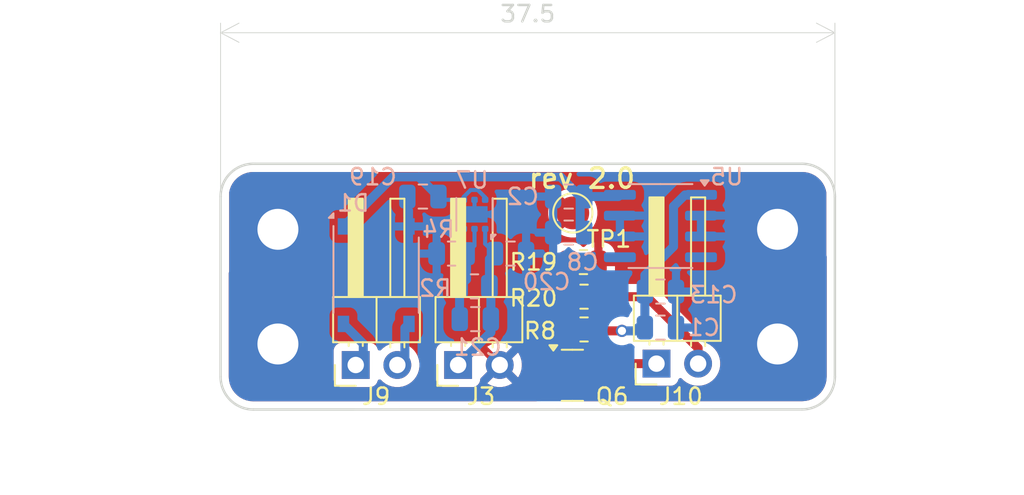
<source format=kicad_pcb>
(kicad_pcb (version 20241229) (generator "pcbnew") (generator_version "9.0")
  (layers (0 "F.Cu" signal) (2 "B.Cu" signal) (13 "F.Paste" user) (15 "B.Paste" user) (5 "F.SilkS" user "F.Silkscreen") (7 "B.SilkS" user "B.Silkscreen") (1 "F.Mask" user) (3 "B.Mask" user) (25 "Edge.Cuts" user))
  (net 0 "")
  (net 1 "GND")
  (net 2 "+3V3")
  (net 3 "Net-(J3-Pin_1)")
  (net 4 "Net-(D1-+)")
  (net 5 "Net-(U7-FB)")
  (net 6 "Net-(J9-Pin_1)")
  (net 7 "Net-(J9-Pin_2)")
  (net 8 "Net-(J10-Pin_1)")
  (net 9 "Net-(J10-Pin_2)")
  (net 10 "Net-(Q6-B)")
  (footprint "MountingHole:MountingHole_2.5mm_Pad" (layer "F.Cu") (at 114 104)
    (property "Reference" "H4" (hide yes))
    (property "Value" "MountingHole_Pad")
    (pad "1" thru_hole circle (at 0 0) (size 5 5) (drill 2.5) (layers "*.Cu" "*.Mask") (net 1 "GND"))
  )
  (footprint "Resistor_SMD:R_0805_2012Metric" (layer "F.Cu") (at 132.6875 103.1125)
    (property "Reference" "R8" (at -2.6875 0.0875 0) (layer "F.SilkS"))
    (property "Value" "10k")
    (fp_line (start -0.227064 -0.735) (end 0.227064 -0.735) (stroke (width 0.12)) (layer "F.SilkS"))
    (fp_line (start -0.227064 0.735) (end 0.227064 0.735) (stroke (width 0.12)) (layer "F.SilkS"))
    (pad "1" smd roundrect (at -0.9125 0) (size 1.025 1.4) (layers "F.Cu" "F.Mask" "F.Paste") (roundrect_rratio 0.243902) (net 8 "Net-(J10-Pin_1)"))
    (pad "2" smd roundrect (at 0.9125 0) (size 1.025 1.4) (layers "F.Cu" "F.Mask" "F.Paste") (roundrect_rratio 0.243902) (net 2 "+3V3"))
  )
  (footprint "Resistor_SMD:R_0805_2012Metric" (layer "F.Cu") (at 132.65 99 180)
    (property "Reference" "R19" (at 3.05 0 0) (layer "F.SilkS"))
    (property "Value" "TBD")
    (fp_line (start -0.227064 0.735) (end 0.227064 0.735) (stroke (width 0.12)) (layer "F.SilkS"))
    (fp_line (start -0.227064 -0.735) (end 0.227064 -0.735) (stroke (width 0.12)) (layer "F.SilkS"))
    (pad "1" smd roundrect (at -0.9125 0 180) (size 1.025 1.4) (layers "F.Cu" "F.Mask" "F.Paste") (roundrect_rratio 0.243902) (net 1 "GND"))
    (pad "2" smd roundrect (at 0.9125 0 180) (size 1.025 1.4) (layers "F.Cu" "F.Mask" "F.Paste") (roundrect_rratio 0.243902) (net 10 "Net-(Q6-B)"))
  )
  (footprint "MountingHole:MountingHole_2.5mm_Pad" (layer "F.Cu") (at 144.5 104)
    (property "Reference" "H3" (hide yes))
    (property "Value" "MountingHole_Pad")
    (pad "1" thru_hole circle (at 0 0) (size 5 5) (drill 2.5) (layers "*.Cu" "*.Mask") (net 1 "GND"))
  )
  (footprint "Connector_PinHeader_2.54mm:PinHeader_1x02_P2.54mm_Horizontal" (layer "F.Cu") (at 125 105.2825 90)
    (property "Reference" "J3" (at -1.9175 1.4 0) (layer "F.SilkS"))
    (property "Value" "Conn_01x02_Pin")
    (fp_line (start 4.15 -1.38) (end 1.39 -1.38) (stroke (width 0.12)) (layer "F.SilkS"))
    (fp_line (start 1.39 -1.38) (end 1.39 3.92) (stroke (width 0.12)) (layer "F.SilkS"))
    (fp_line (start -1.27 -1.27) (end 0 -1.27) (stroke (width 0.12)) (layer "F.SilkS"))
    (fp_line (start 1.16 -0.43) (end 1.39 -0.43) (stroke (width 0.12)) (layer "F.SilkS"))
    (fp_line (start -1.27 0) (end -1.27 -1.27) (stroke (width 0.12)) (layer "F.SilkS"))
    (fp_line (start 1.16 0.43) (end 1.39 0.43) (stroke (width 0.12)) (layer "F.SilkS"))
    (fp_line (start 1.39 1.27) (end 4.15 1.27) (stroke (width 0.12)) (layer "F.SilkS"))
    (fp_line (start 10.15 2.11) (end 10.15 2.97) (stroke (width 0.12)) (layer "F.SilkS"))
    (fp_line (start 4.15 2.11) (end 10.15 2.11) (stroke (width 0.12)) (layer "F.SilkS"))
    (fp_line (start 1.077358 2.11) (end 1.39 2.11) (stroke (width 0.12)) (layer "F.SilkS"))
    (fp_line (start 10.15 2.97) (end 4.15 2.97) (stroke (width 0.12)) (layer "F.SilkS"))
    (fp_line (start 1.077358 2.97) (end 1.39 2.97) (stroke (width 0.12)) (layer "F.SilkS"))
    (fp_line (start 4.15 3.92) (end 4.15 -1.38) (stroke (width 0.12)) (layer "F.SilkS"))
    (fp_line (start 1.39 3.92) (end 4.15 3.92) (stroke (width 0.12)) (layer "F.SilkS"))
    (fp_rect (start 4.15 -0.43) (end 10.15 0.43) (stroke (width 0.12)) (fill yes) (layer "F.SilkS"))
    (pad "1" thru_hole rect (at 0 0 90) (size 1.7 1.7) (drill 1) (layers "*.Cu" "*.Mask") (net 3 "Net-(J3-Pin_1)"))
    (pad "2" thru_hole circle (at 0 2.54 90) (size 1.7 1.7) (drill 1) (layers "*.Cu" "*.Mask") (net 1 "GND"))
  )
  (footprint "TestPoint:TestPoint_Pad_D2.0mm" (layer "F.Cu") (at 132 96)
    (property "Reference" "TP1" (at 2.2 1.6 0) (layer "F.SilkS"))
    (property "Value" "TestPoint")
    (fp_circle (center 0 0) (end 0 1.2) (stroke (width 0.12)) (fill no) (layer "F.SilkS"))
    (pad "1" smd circle (at 0 0) (size 2 2) (layers "F.Cu" "F.Mask") (net 1 "GND"))
  )
  (footprint "Connector_PinHeader_2.54mm:PinHeader_1x02_P2.54mm_Horizontal" (layer "F.Cu") (at 137.11 105.2 90)
    (property "Reference" "J10" (at -2 1.49 0) (layer "F.SilkS"))
    (property "Value" "Conn_01x02_Pin")
    (fp_line (start 4.15 -1.38) (end 1.39 -1.38) (stroke (width 0.12)) (layer "F.SilkS"))
    (fp_line (start 1.39 -1.38) (end 1.39 3.92) (stroke (width 0.12)) (layer "F.SilkS"))
    (fp_line (start -1.27 -1.27) (end 0 -1.27) (stroke (width 0.12)) (layer "F.SilkS"))
    (fp_line (start 1.16 -0.43) (end 1.39 -0.43) (stroke (width 0.12)) (layer "F.SilkS"))
    (fp_line (start -1.27 0) (end -1.27 -1.27) (stroke (width 0.12)) (layer "F.SilkS"))
    (fp_line (start 1.16 0.43) (end 1.39 0.43) (stroke (width 0.12)) (layer "F.SilkS"))
    (fp_line (start 1.39 1.27) (end 4.15 1.27) (stroke (width 0.12)) (layer "F.SilkS"))
    (fp_line (start 10.15 2.11) (end 10.15 2.97) (stroke (width 0.12)) (layer "F.SilkS"))
    (fp_line (start 4.15 2.11) (end 10.15 2.11) (stroke (width 0.12)) (layer "F.SilkS"))
    (fp_line (start 1.077358 2.11) (end 1.39 2.11) (stroke (width 0.12)) (layer "F.SilkS"))
    (fp_line (start 10.15 2.97) (end 4.15 2.97) (stroke (width 0.12)) (layer "F.SilkS"))
    (fp_line (start 1.077358 2.97) (end 1.39 2.97) (stroke (width 0.12)) (layer "F.SilkS"))
    (fp_line (start 4.15 3.92) (end 4.15 -1.38) (stroke (width 0.12)) (layer "F.SilkS"))
    (fp_line (start 1.39 3.92) (end 4.15 3.92) (stroke (width 0.12)) (layer "F.SilkS"))
    (fp_rect (start 4.15 -0.43) (end 10.15 0.43) (stroke (width 0.12)) (fill yes) (layer "F.SilkS"))
    (pad "1" thru_hole rect (at 0 0 90) (size 1.7 1.7) (drill 1) (layers "*.Cu" "*.Mask") (net 8 "Net-(J10-Pin_1)"))
    (pad "2" thru_hole circle (at 0 2.54 90) (size 1.7 1.7) (drill 1) (layers "*.Cu" "*.Mask") (net 9 "Net-(J10-Pin_2)"))
  )
  (footprint "Connector_PinHeader_2.54mm:PinHeader_1x02_P2.54mm_Horizontal" (layer "F.Cu") (at 118.75 105.2825 90)
    (property "Reference" "J9" (at -1.9175 1.25 0) (layer "F.SilkS"))
    (property "Value" "Conn_01x02_Pin")
    (fp_line (start 4.15 -1.38) (end 1.39 -1.38) (stroke (width 0.12)) (layer "F.SilkS"))
    (fp_line (start 1.39 -1.38) (end 1.39 3.92) (stroke (width 0.12)) (layer "F.SilkS"))
    (fp_line (start -1.27 -1.27) (end 0 -1.27) (stroke (width 0.12)) (layer "F.SilkS"))
    (fp_line (start 1.16 -0.43) (end 1.39 -0.43) (stroke (width 0.12)) (layer "F.SilkS"))
    (fp_line (start -1.27 0) (end -1.27 -1.27) (stroke (width 0.12)) (layer "F.SilkS"))
    (fp_line (start 1.16 0.43) (end 1.39 0.43) (stroke (width 0.12)) (layer "F.SilkS"))
    (fp_line (start 1.39 1.27) (end 4.15 1.27) (stroke (width 0.12)) (layer "F.SilkS"))
    (fp_line (start 10.15 2.11) (end 10.15 2.97) (stroke (width 0.12)) (layer "F.SilkS"))
    (fp_line (start 4.15 2.11) (end 10.15 2.11) (stroke (width 0.12)) (layer "F.SilkS"))
    (fp_line (start 1.077358 2.11) (end 1.39 2.11) (stroke (width 0.12)) (layer "F.SilkS"))
    (fp_line (start 10.15 2.97) (end 4.15 2.97) (stroke (width 0.12)) (layer "F.SilkS"))
    (fp_line (start 1.077358 2.97) (end 1.39 2.97) (stroke (width 0.12)) (layer "F.SilkS"))
    (fp_line (start 4.15 3.92) (end 4.15 -1.38) (stroke (width 0.12)) (layer "F.SilkS"))
    (fp_line (start 1.39 3.92) (end 4.15 3.92) (stroke (width 0.12)) (layer "F.SilkS"))
    (fp_rect (start 4.15 -0.43) (end 10.15 0.43) (stroke (width 0.12)) (fill yes) (layer "F.SilkS"))
    (pad "1" thru_hole rect (at 0 0 90) (size 1.7 1.7) (drill 1) (layers "*.Cu" "*.Mask") (net 6 "Net-(J9-Pin_1)"))
    (pad "2" thru_hole circle (at 0 2.54 90) (size 1.7 1.7) (drill 1) (layers "*.Cu" "*.Mask") (net 7 "Net-(J9-Pin_2)"))
  )
  (footprint "Package_TO_SOT_SMD:SOT-23" (layer "F.Cu") (at 131.975 105.9125)
    (property "Reference" "Q6" (at 2.425 1.2875 0) (layer "F.SilkS"))
    (property "Value" "BC848")
    (fp_line (start 0 -1.56) (end -0.65 -1.56) (stroke (width 0.12)) (layer "F.SilkS"))
    (fp_line (start 0 -1.56) (end 0.65 -1.56) (stroke (width 0.12)) (layer "F.SilkS"))
    (fp_line (start 0 1.56) (end -0.65 1.56) (stroke (width 0.12)) (layer "F.SilkS"))
    (fp_line (start 0 1.56) (end 0.65 1.56) (stroke (width 0.12)) (layer "F.SilkS"))
    (fp_poly (pts (xy -1.1625 -1.51) (xy -1.4025 -1.84) (xy -0.9225 -1.84)) (stroke (width 0.12)) (fill yes) (layer "F.SilkS"))
    (pad "1" smd roundrect (at -0.9375 -0.95) (size 1.475 0.6) (layers "F.Cu" "F.Mask" "F.Paste") (net 10 "Net-(Q6-B)"))
    (pad "2" smd roundrect (at -0.9375 0.95) (size 1.475 0.6) (layers "F.Cu" "F.Mask" "F.Paste") (net 1 "GND"))
    (pad "3" smd roundrect (at 0.9375 0) (size 1.475 0.6) (layers "F.Cu" "F.Mask" "F.Paste") (net 8 "Net-(J10-Pin_1)"))
  )
  (footprint "Resistor_SMD:R_0805_2012Metric" (layer "F.Cu") (at 132.6875 101.1125)
    (property "Reference" "R20" (at -3.0875 0.0875 0) (layer "F.SilkS"))
    (property "Value" "TBD")
    (fp_line (start -0.227064 -0.735) (end 0.227064 -0.735) (stroke (width 0.12)) (layer "F.SilkS"))
    (fp_line (start -0.227064 0.735) (end 0.227064 0.735) (stroke (width 0.12)) (layer "F.SilkS"))
    (pad "1" smd roundrect (at -0.9125 0) (size 1.025 1.4) (layers "F.Cu" "F.Mask" "F.Paste") (roundrect_rratio 0.243902) (net 10 "Net-(Q6-B)"))
    (pad "2" smd roundrect (at 0.9125 0) (size 1.025 1.4) (layers "F.Cu" "F.Mask" "F.Paste") (roundrect_rratio 0.243902) (net 9 "Net-(J10-Pin_2)"))
  )
  (footprint "MountingHole:MountingHole_2.5mm_Pad" (layer "F.Cu") (at 114 97)
    (property "Reference" "H1" (hide yes))
    (property "Value" "MountingHole_Pad")
    (pad "1" thru_hole circle (at 0 0) (size 5 5) (drill 2.5) (layers "*.Cu" "*.Mask") (net 1 "GND"))
  )
  (footprint "MountingHole:MountingHole_2.5mm_Pad" (layer "F.Cu") (at 144.5 97)
    (property "Reference" "H2" (hide yes))
    (property "Value" "MountingHole_Pad")
    (pad "1" thru_hole circle (at 0 0) (size 5 5) (drill 2.5) (layers "*.Cu" "*.Mask") (net 1 "GND"))
  )
  (footprint "Resistor_SMD:R_0805_2012Metric" (layer "B.Cu") (at 124.6 98.4825)
    (property "Reference" "R4" (at -0.8 -1.4825 0) (layer "B.SilkS") (effects (justify mirror)))
    (property "Value" "TBD")
    (fp_line (start -0.227064 -0.735) (end 0.227064 -0.735) (stroke (width 0.12)) (layer "B.SilkS"))
    (fp_line (start -0.227064 0.735) (end 0.227064 0.735) (stroke (width 0.12)) (layer "B.SilkS"))
    (pad "1" smd roundrect (at -0.9125 0) (size 1.025 1.4) (layers "B.Cu" "B.Mask" "B.Paste") (roundrect_rratio 0.243902) (net 1 "GND"))
    (pad "2" smd roundrect (at 0.9125 0) (size 1.025 1.4) (layers "B.Cu" "B.Mask" "B.Paste") (roundrect_rratio 0.243902) (net 5 "Net-(U7-FB)"))
  )
  (footprint "Diode_SMD:Diode_Bridge_Diotec_ABS" (layer "B.Cu") (at 120 99.8 -90)
    (property "Reference" "D1" (at -4.4 1.4 180) (layer "B.SilkS") (effects (justify mirror)))
    (property "Value" "ABS2")
    (fp_line (start 2.3 2.61) (end -3 2.61) (stroke (width 0.12)) (layer "B.SilkS"))
    (fp_line (start 2.3 -2.6) (end -2.3 -2.6) (stroke (width 0.12)) (layer "B.SilkS"))
    (fp_poly (pts (xy -3.5 2.61) (xy -3.78 2.61) (xy -3.5 2.89) (xy -3.5 2.61)) (stroke (width 0.12)) (fill yes) (layer "B.SilkS"))
    (pad "1" smd rect (at -2.975 2 270) (size 1 0.7) (layers "B.Cu" "B.Mask" "B.Paste") (net 4 "Net-(D1-+)"))
    (pad "2" smd rect (at -2.975 -2 270) (size 1 0.7) (layers "B.Cu" "B.Mask" "B.Paste") (net 1 "GND"))
    (pad "3" smd rect (at 2.975 -2 270) (size 1 0.7) (layers "B.Cu" "B.Mask" "B.Paste") (net 7 "Net-(J9-Pin_2)"))
    (pad "4" smd rect (at 2.975 2 270) (size 1 0.7) (layers "B.Cu" "B.Mask" "B.Paste") (net 6 "Net-(J9-Pin_1)"))
  )
  (footprint "Package_SON:WSON-6-1EP_2x2mm_P0.65mm_EP1x1.6mm" (layer "B.Cu") (at 126 96.0875 90)
    (property "Reference" "U7" (at 2.0875 -0.15 180) (layer "B.SilkS") (effects (justify mirror)))
    (property "Value" "TPS7A2601DRVR")
    (fp_line (start -1 -1.11) (end 1 -1.11) (stroke (width 0.12)) (layer "B.SilkS"))
    (fp_line (start -1 1.11) (end 1 1.11) (stroke (width 0.12)) (layer "B.SilkS"))
    (fp_poly (pts (xy -1.24 1.01) (xy -1.52 1.01) (xy -1.24 1.29)) (stroke (width 0.12)) (fill yes) (layer "B.SilkS"))
    (pad "1" smd roundrect (at -0.8875 0.65 90) (size 0.375 0.4) (layers "B.Cu" "B.Mask" "B.Paste") (net 3 "Net-(J3-Pin_1)"))
    (pad "2" smd roundrect (at -0.8875 0 90) (size 0.375 0.4) (layers "B.Cu" "B.Mask" "B.Paste") (net 5 "Net-(U7-FB)"))
    (pad "3" smd roundrect (at -0.8875 -0.65 90) (size 0.375 0.4) (layers "B.Cu" "B.Mask" "B.Paste"))
    (pad "4" smd roundrect (at 0.8875 -0.65 90) (size 0.375 0.4) (layers "B.Cu" "B.Mask" "B.Paste") (net 4 "Net-(D1-+)"))
    (pad "5" smd roundrect (at 0.8875 0 90) (size 0.375 0.4) (layers "B.Cu" "B.Mask" "B.Paste") (net 1 "GND"))
    (pad "6" smd roundrect (at 0.8875 0.65 90) (size 0.375 0.4) (layers "B.Cu" "B.Mask" "B.Paste") (net 4 "Net-(D1-+)"))
    (pad "7" smd rect (at 0 0 90) (size 1 1.6) (property pad_prop_heatsink) (layers "B.Cu" "B.Mask") (net 1 "GND"))
  )
  (footprint "Capacitor_SMD:C_0805_2012Metric" (layer "B.Cu") (at 131.75 95 180)
    (property "Reference" "C2" (at 2.8 0 0) (layer "B.SilkS") (effects (justify mirror)))
    (property "Value" "100n")
    (fp_line (start -0.261252 0.735) (end 0.261252 0.735) (stroke (width 0.12)) (layer "B.SilkS"))
    (fp_line (start -0.261252 -0.735) (end 0.261252 -0.735) (stroke (width 0.12)) (layer "B.SilkS"))
    (pad "1" smd roundrect (at -0.95 0 180) (size 1 1.45) (layers "B.Cu" "B.Mask" "B.Paste") (net 4 "Net-(D1-+)"))
    (pad "2" smd roundrect (at 0.95 0 180) (size 1 1.45) (layers "B.Cu" "B.Mask" "B.Paste") (net 1 "GND"))
  )
  (footprint "Capacitor_SMD:C_0805_2012Metric" (layer "B.Cu") (at 137.35 103)
    (property "Reference" "C1" (at 2.65 0 0) (layer "B.SilkS") (effects (justify mirror)))
    (property "Value" "2u2")
    (fp_line (start -0.261252 -0.735) (end 0.261252 -0.735) (stroke (width 0.12)) (layer "B.SilkS"))
    (fp_line (start -0.261252 0.735) (end 0.261252 0.735) (stroke (width 0.12)) (layer "B.SilkS"))
    (pad "1" smd roundrect (at -0.95 0) (size 1 1.45) (layers "B.Cu" "B.Mask" "B.Paste") (net 2 "+3V3"))
    (pad "2" smd roundrect (at 0.95 0) (size 1 1.45) (layers "B.Cu" "B.Mask" "B.Paste") (net 1 "GND"))
  )
  (footprint "Capacitor_SMD:C_0805_2012Metric" (layer "B.Cu") (at 128.2 98.4825)
    (property "Reference" "C20" (at 2.2 1.7175 0) (layer "B.SilkS") (effects (justify mirror)))
    (property "Value" "2u2/20V/X7R")
    (fp_line (start -0.261252 -0.735) (end 0.261252 -0.735) (stroke (width 0.12)) (layer "B.SilkS"))
    (fp_line (start -0.261252 0.735) (end 0.261252 0.735) (stroke (width 0.12)) (layer "B.SilkS"))
    (pad "1" smd roundrect (at -0.95 0) (size 1 1.45) (layers "B.Cu" "B.Mask" "B.Paste") (net 3 "Net-(J3-Pin_1)"))
    (pad "2" smd roundrect (at 0.95 0) (size 1 1.45) (layers "B.Cu" "B.Mask" "B.Paste") (net 1 "GND"))
  )
  (footprint "Package_SO:SOIC-8_3.9x4.9mm_P1.27mm" (layer "B.Cu") (at 137.35 96.8 180)
    (property "Reference" "U5" (at -4.05 3 0) (layer "B.SilkS") (effects (justify mirror)))
    (property "Value" "L78L33_SO8")
    (fp_line (start 0 2.56) (end 1.95 2.56) (stroke (width 0.12)) (layer "B.SilkS"))
    (fp_line (start 0 2.56) (end -1.95 2.56) (stroke (width 0.12)) (layer "B.SilkS"))
    (fp_line (start 0 -2.56) (end 1.95 -2.56) (stroke (width 0.12)) (layer "B.SilkS"))
    (fp_line (start 0 -2.56) (end -1.95 -2.56) (stroke (width 0.12)) (layer "B.SilkS"))
    (fp_poly (pts (xy -2.7 2.465) (xy -2.94 2.795) (xy -2.46 2.795)) (stroke (width 0.12)) (fill yes) (layer "B.SilkS"))
    (pad "1" smd roundrect (at -2.475 1.905 180) (size 1.95 0.6) (layers "B.Cu" "B.Mask" "B.Paste") (net 2 "+3V3"))
    (pad "2" smd roundrect (at -2.475 0.635 180) (size 1.95 0.6) (layers "B.Cu" "B.Mask" "B.Paste") (net 1 "GND"))
    (pad "3" smd roundrect (at -2.475 -0.635 180) (size 1.95 0.6) (layers "B.Cu" "B.Mask" "B.Paste") (net 1 "GND"))
    (pad "4" smd roundrect (at -2.475 -1.905 180) (size 1.95 0.6) (layers "B.Cu" "B.Mask" "B.Paste"))
    (pad "5" smd roundrect (at 2.475 -1.905 180) (size 1.95 0.6) (layers "B.Cu" "B.Mask" "B.Paste"))
    (pad "6" smd roundrect (at 2.475 -0.635 180) (size 1.95 0.6) (layers "B.Cu" "B.Mask" "B.Paste") (net 1 "GND"))
    (pad "7" smd roundrect (at 2.475 0.635 180) (size 1.95 0.6) (layers "B.Cu" "B.Mask" "B.Paste") (net 1 "GND"))
    (pad "8" smd roundrect (at 2.475 1.905 180) (size 1.95 0.6) (layers "B.Cu" "B.Mask" "B.Paste") (net 4 "Net-(D1-+)"))
  )
  (footprint "Capacitor_SMD:C_0805_2012Metric" (layer "B.Cu") (at 131.75 97.2 180)
    (property "Reference" "C8" (at -0.85 -1.8 0) (layer "B.SilkS") (effects (justify mirror)))
    (property "Value" "10u")
    (fp_line (start -0.261252 0.735) (end 0.261252 0.735) (stroke (width 0.12)) (layer "B.SilkS"))
    (fp_line (start -0.261252 -0.735) (end 0.261252 -0.735) (stroke (width 0.12)) (layer "B.SilkS"))
    (pad "1" smd roundrect (at -0.95 0 180) (size 1 1.45) (layers "B.Cu" "B.Mask" "B.Paste") (net 4 "Net-(D1-+)"))
    (pad "2" smd roundrect (at 0.95 0 180) (size 1 1.45) (layers "B.Cu" "B.Mask" "B.Paste") (net 1 "GND"))
  )
  (footprint "Capacitor_SMD:C_0805_2012Metric" (layer "B.Cu") (at 137.35 100.8)
    (property "Reference" "C13" (at 3.25 0.2 0) (layer "B.SilkS") (effects (justify mirror)))
    (property "Value" "100n")
    (fp_line (start -0.261252 -0.735) (end 0.261252 -0.735) (stroke (width 0.12)) (layer "B.SilkS"))
    (fp_line (start -0.261252 0.735) (end 0.261252 0.735) (stroke (width 0.12)) (layer "B.SilkS"))
    (pad "1" smd roundrect (at -0.95 0) (size 1 1.45) (layers "B.Cu" "B.Mask" "B.Paste") (net 2 "+3V3"))
    (pad "2" smd roundrect (at 0.95 0) (size 1 1.45) (layers "B.Cu" "B.Mask" "B.Paste") (net 1 "GND"))
  )
  (footprint "Resistor_SMD:R_0805_2012Metric" (layer "B.Cu") (at 126 100.4825)
    (property "Reference" "R2" (at -2.4 0.1175 0) (layer "B.SilkS") (effects (justify mirror)))
    (property "Value" "TBD")
    (fp_line (start -0.227064 -0.735) (end 0.227064 -0.735) (stroke (width 0.12)) (layer "B.SilkS"))
    (fp_line (start -0.227064 0.735) (end 0.227064 0.735) (stroke (width 0.12)) (layer "B.SilkS"))
    (pad "1" smd roundrect (at -0.9125 0) (size 1.025 1.4) (layers "B.Cu" "B.Mask" "B.Paste") (roundrect_rratio 0.243902) (net 5 "Net-(U7-FB)"))
    (pad "2" smd roundrect (at 0.9125 0) (size 1.025 1.4) (layers "B.Cu" "B.Mask" "B.Paste") (roundrect_rratio 0.243902) (net 3 "Net-(J3-Pin_1)"))
  )
  (footprint "Capacitor_SMD:C_0805_2012Metric" (layer "B.Cu") (at 126.05 102.4825 180)
    (property "Reference" "C21" (at -0.15 -1.7175 0) (layer "B.SilkS") (effects (justify mirror)))
    (property "Value" "10n")
    (fp_line (start -0.261252 0.735) (end 0.261252 0.735) (stroke (width 0.12)) (layer "B.SilkS"))
    (fp_line (start -0.261252 -0.735) (end 0.261252 -0.735) (stroke (width 0.12)) (layer "B.SilkS"))
    (pad "1" smd roundrect (at -0.95 0 180) (size 1 1.45) (layers "B.Cu" "B.Mask" "B.Paste") (net 3 "Net-(J3-Pin_1)"))
    (pad "2" smd roundrect (at 0.95 0 180) (size 1 1.45) (layers "B.Cu" "B.Mask" "B.Paste") (net 5 "Net-(U7-FB)"))
  )
  (footprint "Capacitor_SMD:C_0805_2012Metric" (layer "B.Cu") (at 122.85 95 180)
    (property "Reference" "C19" (at 3.05 1.2 0) (layer "B.SilkS") (effects (justify mirror)))
    (property "Value" "2u2/20V/X7R")
    (fp_line (start -0.261252 0.735) (end 0.261252 0.735) (stroke (width 0.12)) (layer "B.SilkS"))
    (fp_line (start -0.261252 -0.735) (end 0.261252 -0.735) (stroke (width 0.12)) (layer "B.SilkS"))
    (pad "1" smd roundrect (at -0.95 0 180) (size 1 1.45) (layers "B.Cu" "B.Mask" "B.Paste") (net 4 "Net-(D1-+)"))
    (pad "2" smd roundrect (at 0.95 0 180) (size 1 1.45) (layers "B.Cu" "B.Mask" "B.Paste") (net 1 "GND"))
  )
  (gr_line (start 148 105.992789) (end 148 95) (stroke (width 0.15)) (layer "Edge.Cuts"))
  (gr_line (start 112.5 108.000012) (end 145.993367 107.992802) (stroke (width 0.15)) (layer "Edge.Cuts"))
  (gr_arc (start 112.500014 108.000012) (mid 111.085787 107.414231) (end 110.500014 106.000012) (stroke (width 0.15)) (layer "Edge.Cuts"))
  (gr_arc (start 148.000013 105.992802) (mid 147.414227 107.407016) (end 146.000013 107.992802) (stroke (width 0.15)) (layer "Edge.Cuts"))
  (gr_line (start 110.5 106.000012) (end 110.500002 95.000001) (stroke (width 0.15)) (layer "Edge.Cuts"))
  (gr_line (start 146 93) (end 112.500001 93.000001) (stroke (width 0.15)) (layer "Edge.Cuts"))
  (gr_arc (start 110.500001 95.000001) (mid 111.085787 93.585787) (end 112.500001 93.000001) (stroke (width 0.15)) (layer "Edge.Cuts"))
  (gr_arc (start 146 93) (mid 147.414214 93.585786) (end 148 95) (stroke (width 0.15)) (layer "Edge.Cuts"))
  (gr_text "rev 2.0" (at 129.2 94.6 0) (layer "F.SilkS") (effects (font (size 1.2 1.2) (thickness 0.2) (bold yes)) (justify left bottom)))
  (dimension (type orthogonal) (layer "Edge.Cuts") (pts (xy 110.5 100) (xy 148 99)) (height -15) (orientation 0) (format (prefix "") (suffix "") (units 3) (units_format 0) (precision 4) (suppress_zeroes yes)) (style (thickness 0.05) (arrow_length 1.27) (text_position_mode 0) (arrow_direction outward) (extension_height 0.58642) (extension_offset 0.5) (keep_text_aligned yes)) (gr_text "37,5" (at 129.25 83.85 0) (layer "Edge.Cuts") (effects (font (size 1 1) (thickness 0.15)))))
  (segment (start 126 95.2) (end 126 96.0875) (width 0.25) (layer "B.Cu") (net 1))
  (segment (start 135 103.2) (end 133.6875 103.2) (width 0.55) (layer "F.Cu") (net 2))
  (via (at 135 103.2) (size 0.75) (drill 0.5) (layers "F.Cu" "B.Cu") (net 2))
  (segment (start 138.15 95.595001) (end 138.850001 94.895) (width 0.55) (layer "B.Cu") (net 2))
  (segment (start 136 103) (end 136.4 103) (width 0.55) (layer "B.Cu") (net 2))
  (segment (start 135 103.2) (end 135.8 103.2) (width 0.55) (layer "B.Cu") (net 2))
  (segment (start 136.4 100.8) (end 136.4 99.8) (width 0.55) (layer "B.Cu") (net 2))
  (segment (start 136.4 100.8) (end 136.4 103) (width 0.55) (layer "B.Cu") (net 2))
  (segment (start 138.15 98.05) (end 138.15 95.595001) (width 0.55) (layer "B.Cu") (net 2))
  (segment (start 135.8 103.2) (end 136 103) (width 0.55) (layer "B.Cu") (net 2))
  (segment (start 136.4 99.8) (end 138.15 98.05) (width 0.55) (layer "B.Cu") (net 2))
  (segment (start 127 102.4825) (end 127 103.2825) (width 0.55) (layer "B.Cu") (net 3))
  (segment (start 127 103.2825) (end 125 105.2825) (width 0.55) (layer "B.Cu") (net 3))
  (segment (start 126.9125 100.4825) (end 126.9125 98.82) (width 0.55) (layer "B.Cu") (net 3))
  (segment (start 126.65 96.975) (end 126.65 97.8825) (width 0.25) (layer "B.Cu") (net 3))
  (segment (start 127 102.4825) (end 127 100.57) (width 0.55) (layer "B.Cu") (net 3))
  (segment (start 126.9125 98.82) (end 127.25 98.4825) (width 0.55) (layer "B.Cu") (net 3))
  (segment (start 126.65 97.8825) (end 127.25 98.4825) (width 0.25) (layer "B.Cu") (net 3))
  (segment (start 118 96.825) (end 121.026 93.799) (width 0.55) (layer "B.Cu") (net 4))
  (segment (start 124 95.2) (end 125.35 95.2) (width 0.25) (layer "B.Cu") (net 4))
  (segment (start 132.45 97.2) (end 132.45 95) (width 0.55) (layer "B.Cu") (net 4))
  (segment (start 121.026 93.799) (end 122.599 93.799) (width 0.55) (layer "B.Cu") (net 4))
  (segment (start 134.77 95) (end 134.875 94.895) (width 0.55) (layer "B.Cu") (net 4))
  (segment (start 122.599 93.799) (end 123.8 95) (width 0.55) (layer "B.Cu") (net 4))
  (segment (start 122.599 93.799) (end 131.249 93.799) (width 0.55) (layer "B.Cu") (net 4))
  (segment (start 125.35 95.012501) (end 125.35 95.2) (width 0.25) (layer "B.Cu") (net 4))
  (segment (start 126.2 94.6) (end 125.762501 94.6) (width 0.25) (layer "B.Cu") (net 4))
  (segment (start 132.45 95) (end 134.77 95) (width 0.55) (layer "B.Cu") (net 4))
  (segment (start 126.65 95.2) (end 126.65 95.05) (width 0.25) (layer "B.Cu") (net 4))
  (segment (start 125.762501 94.6) (end 125.35 95.012501) (width 0.25) (layer "B.Cu") (net 4))
  (segment (start 126.65 95.05) (end 126.2 94.6) (width 0.25) (layer "B.Cu") (net 4))
  (segment (start 131.249 93.799) (end 132.45 95) (width 0.55) (layer "B.Cu") (net 4))
  (segment (start 125.5125 100.0575) (end 125.0875 100.4825) (width 0.55) (layer "B.Cu") (net 5))
  (segment (start 126 96.975) (end 126 97.995) (width 0.25) (layer "B.Cu") (net 5))
  (segment (start 126 97.995) (end 125.5125 98.4825) (width 0.25) (layer "B.Cu") (net 5))
  (segment (start 125.0875 100.4825) (end 125.0875 102.47) (width 0.55) (layer "B.Cu") (net 5))
  (segment (start 125.5125 98.4825) (end 125.5125 100.0575) (width 0.55) (layer "B.Cu") (net 5))
  (segment (start 119.21 105.2825) (end 119.21 103.985) (width 0.55) (layer "B.Cu") (net 6))
  (segment (start 119.21 103.985) (end 118 102.775) (width 0.55) (layer "B.Cu") (net 6))
  (segment (start 121.75 105.2825) (end 121.75 103.025) (width 0.55) (layer "B.Cu") (net 7))
  (segment (start 121.75 103.025) (end 122 102.775) (width 0.55) (layer "B.Cu") (net 7))
  (segment (start 134.9125 105.2) (end 134.2 105.9125) (width 0.55) (layer "F.Cu") (net 8))
  (segment (start 137.11 105.2) (end 134.9125 105.2) (width 0.55) (layer "F.Cu") (net 8))
  (segment (start 132.9125 104.7125) (end 132.9125 105.9125) (width 0.55) (layer "F.Cu") (net 8))
  (segment (start 131.775 103.575) (end 132.9125 104.7125) (width 0.55) (layer "F.Cu") (net 8))
  (segment (start 132.9125 105.9125) (end 134.2 105.9125) (width 0.55) (layer "F.Cu") (net 8))
  (segment (start 131.775 103.1125) (end 131.775 103.575) (width 0.55) (layer "F.Cu") (net 8))
  (segment (start 139.65 104.25) (end 139.65 105.2) (width 0.55) (layer "F.Cu") (net 9))
  (segment (start 136.5125 101.1125) (end 139.65 104.25) (width 0.55) (layer "F.Cu") (net 9))
  (segment (start 133.6 101.1125) (end 136.5125 101.1125) (width 0.55) (layer "F.Cu") (net 9))
  (segment (start 131.0875 101.1125) (end 131.775 101.1125) (width 0.55) (layer "F.Cu") (net 10))
  (segment (start 131.0375 104.9625) (end 130.3875 104.3125) (width 0.55) (layer "F.Cu") (net 10))
  (segment (start 131.775 101.1125) (end 131.775 99.0375) (width 0.55) (layer "F.Cu") (net 10))
  (segment (start 130.3875 104.3125) (end 130.3875 101.8125) (width 0.55) (layer "F.Cu") (net 10))
  (segment (start 130.3875 101.8125) (end 131.0875 101.1125) (width 0.55) (layer "F.Cu") (net 10))
  (zone (net 1) (net_name "GND") (layers "F.Cu" "B.Cu") (connect_pads (clearance 0.5)) (min_thickness 0.25) (fill yes (thermal_gap 0.5) (thermal_bridge_width 0.5))
    (polygon (pts (xy 110.5 93) (xy 148 93) (xy 148 108) (xy 110.5 108)))
  )
)
</source>
